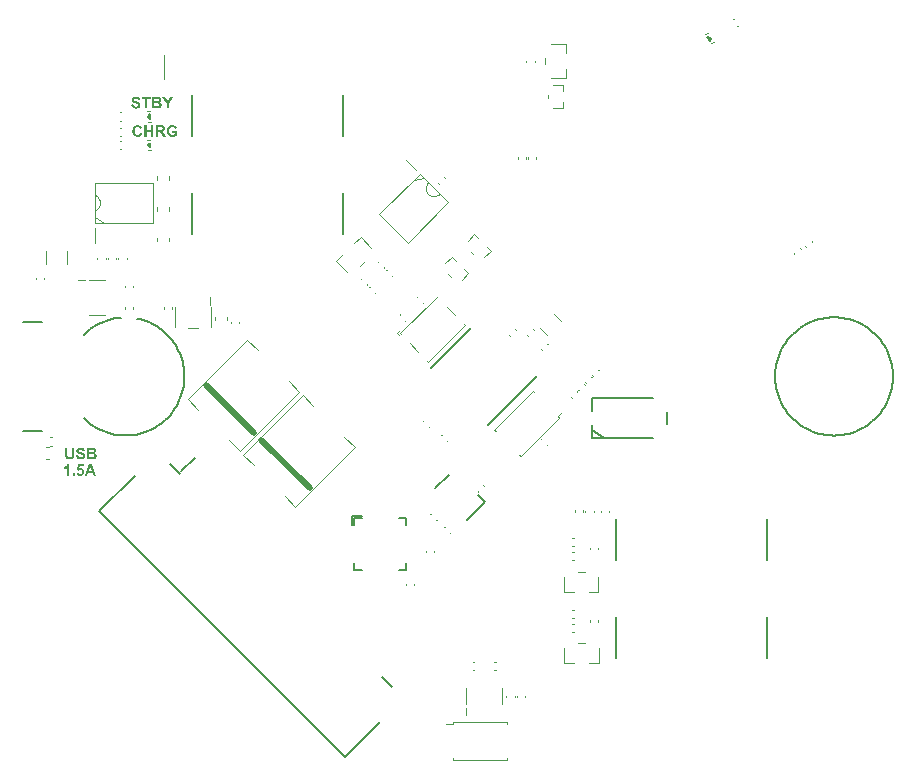
<source format=gto>
G04*
G04 #@! TF.GenerationSoftware,Altium Limited,CircuitStudio,1.5.2 (30)*
G04*
G04 Layer_Color=15065295*
%FSLAX25Y25*%
%MOIN*%
G70*
G01*
G75*
%ADD51C,0.01969*%
%ADD66C,0.00394*%
%ADD67C,0.00591*%
G36*
X-131982Y-30016D02*
X-133355D01*
X-133470Y-30660D01*
X-133466D01*
X-133458Y-30656D01*
X-133445Y-30648D01*
X-133429Y-30640D01*
X-133404Y-30631D01*
X-133380Y-30619D01*
X-133318Y-30599D01*
X-133240Y-30574D01*
X-133158Y-30558D01*
X-133068Y-30541D01*
X-132974Y-30537D01*
X-132953D01*
X-132929Y-30541D01*
X-132892D01*
X-132851Y-30549D01*
X-132802Y-30558D01*
X-132748Y-30566D01*
X-132691Y-30582D01*
X-132625Y-30599D01*
X-132560Y-30623D01*
X-132494Y-30652D01*
X-132424Y-30685D01*
X-132355Y-30726D01*
X-132285Y-30775D01*
X-132220Y-30828D01*
X-132154Y-30890D01*
X-132150Y-30894D01*
X-132138Y-30906D01*
X-132121Y-30927D01*
X-132101Y-30955D01*
X-132076Y-30988D01*
X-132047Y-31029D01*
X-132015Y-31078D01*
X-131982Y-31136D01*
X-131953Y-31197D01*
X-131920Y-31267D01*
X-131892Y-31345D01*
X-131867Y-31423D01*
X-131846Y-31513D01*
X-131830Y-31603D01*
X-131818Y-31701D01*
X-131814Y-31804D01*
Y-31808D01*
Y-31824D01*
Y-31849D01*
X-131818Y-31882D01*
X-131822Y-31923D01*
X-131830Y-31972D01*
X-131838Y-32025D01*
X-131846Y-32083D01*
X-131863Y-32148D01*
X-131879Y-32214D01*
X-131904Y-32284D01*
X-131928Y-32353D01*
X-131961Y-32427D01*
X-131998Y-32497D01*
X-132039Y-32571D01*
X-132088Y-32640D01*
X-132092Y-32645D01*
X-132105Y-32661D01*
X-132125Y-32686D01*
X-132158Y-32718D01*
X-132195Y-32755D01*
X-132240Y-32800D01*
X-132293Y-32845D01*
X-132355Y-32890D01*
X-132424Y-32936D01*
X-132502Y-32981D01*
X-132584Y-33026D01*
X-132675Y-33063D01*
X-132773Y-33095D01*
X-132880Y-33120D01*
X-132994Y-33136D01*
X-133113Y-33141D01*
X-133162D01*
X-133199Y-33136D01*
X-133245Y-33132D01*
X-133298Y-33124D01*
X-133355Y-33116D01*
X-133417Y-33104D01*
X-133552Y-33071D01*
X-133626Y-33050D01*
X-133695Y-33022D01*
X-133769Y-32989D01*
X-133839Y-32952D01*
X-133905Y-32911D01*
X-133970Y-32862D01*
X-133974Y-32858D01*
X-133983Y-32849D01*
X-133999Y-32833D01*
X-134023Y-32809D01*
X-134048Y-32780D01*
X-134077Y-32747D01*
X-134110Y-32706D01*
X-134142Y-32661D01*
X-134175Y-32608D01*
X-134208Y-32550D01*
X-134241Y-32489D01*
X-134274Y-32423D01*
X-134302Y-32349D01*
X-134327Y-32271D01*
X-134343Y-32189D01*
X-134360Y-32103D01*
X-133638Y-32025D01*
Y-32030D01*
Y-32038D01*
X-133634Y-32050D01*
X-133630Y-32066D01*
X-133622Y-32111D01*
X-133605Y-32165D01*
X-133581Y-32230D01*
X-133548Y-32292D01*
X-133507Y-32357D01*
X-133458Y-32415D01*
X-133449Y-32419D01*
X-133429Y-32435D01*
X-133400Y-32460D01*
X-133355Y-32485D01*
X-133306Y-32513D01*
X-133245Y-32534D01*
X-133179Y-32550D01*
X-133105Y-32558D01*
X-133085D01*
X-133068Y-32554D01*
X-133023Y-32550D01*
X-132970Y-32534D01*
X-132908Y-32513D01*
X-132847Y-32480D01*
X-132781Y-32435D01*
X-132748Y-32407D01*
X-132720Y-32374D01*
Y-32370D01*
X-132712Y-32366D01*
X-132703Y-32353D01*
X-132695Y-32341D01*
X-132683Y-32321D01*
X-132670Y-32296D01*
X-132654Y-32267D01*
X-132638Y-32234D01*
X-132625Y-32198D01*
X-132609Y-32157D01*
X-132597Y-32111D01*
X-132584Y-32062D01*
X-132576Y-32005D01*
X-132568Y-31947D01*
X-132560Y-31882D01*
Y-31816D01*
Y-31812D01*
Y-31800D01*
Y-31784D01*
X-132564Y-31759D01*
Y-31730D01*
X-132568Y-31697D01*
X-132580Y-31620D01*
X-132597Y-31533D01*
X-132625Y-31447D01*
X-132666Y-31365D01*
X-132720Y-31291D01*
Y-31287D01*
X-132728Y-31283D01*
X-132748Y-31263D01*
X-132781Y-31234D01*
X-132830Y-31201D01*
X-132888Y-31173D01*
X-132957Y-31144D01*
X-133035Y-31123D01*
X-133080Y-31115D01*
X-133154D01*
X-133179Y-31119D01*
X-133208Y-31123D01*
X-133236Y-31132D01*
X-133314Y-31148D01*
X-133400Y-31181D01*
X-133449Y-31205D01*
X-133495Y-31230D01*
X-133544Y-31263D01*
X-133593Y-31300D01*
X-133642Y-31341D01*
X-133687Y-31390D01*
X-134274Y-31308D01*
X-133900Y-29336D01*
X-131982D01*
Y-30016D01*
D02*
G37*
G36*
X-127853Y-33071D02*
X-128685D01*
X-129017Y-32210D01*
X-130530D01*
X-130846Y-33071D01*
X-131654D01*
X-130182Y-29287D01*
X-129370D01*
X-127853Y-33071D01*
D02*
G37*
G36*
X-107474Y93150D02*
X-107425D01*
X-107314Y93146D01*
X-107204Y93138D01*
X-107097Y93126D01*
X-107052Y93122D01*
X-107007Y93113D01*
X-106999D01*
X-106986Y93109D01*
X-106970Y93105D01*
X-106929Y93097D01*
X-106876Y93081D01*
X-106814Y93060D01*
X-106749Y93031D01*
X-106679Y92999D01*
X-106613Y92958D01*
X-106609D01*
X-106605Y92953D01*
X-106585Y92937D01*
X-106552Y92908D01*
X-106511Y92876D01*
X-106466Y92826D01*
X-106416Y92773D01*
X-106367Y92712D01*
X-106322Y92642D01*
Y92638D01*
X-106318Y92634D01*
X-106310Y92621D01*
X-106302Y92609D01*
X-106285Y92568D01*
X-106261Y92515D01*
X-106240Y92449D01*
X-106220Y92371D01*
X-106207Y92289D01*
X-106203Y92199D01*
Y92195D01*
Y92187D01*
Y92175D01*
X-106207Y92154D01*
Y92129D01*
X-106211Y92105D01*
X-106220Y92039D01*
X-106240Y91961D01*
X-106265Y91879D01*
X-106298Y91797D01*
X-106347Y91711D01*
Y91707D01*
X-106355Y91703D01*
X-106363Y91691D01*
X-106371Y91674D01*
X-106404Y91637D01*
X-106449Y91588D01*
X-106507Y91535D01*
X-106572Y91478D01*
X-106650Y91424D01*
X-106736Y91379D01*
X-106732D01*
X-106720Y91375D01*
X-106703Y91367D01*
X-106679Y91359D01*
X-106650Y91346D01*
X-106617Y91334D01*
X-106539Y91297D01*
X-106457Y91252D01*
X-106367Y91190D01*
X-106281Y91121D01*
X-106207Y91035D01*
X-106203Y91031D01*
X-106199Y91022D01*
X-106191Y91010D01*
X-106179Y90994D01*
X-106162Y90969D01*
X-106146Y90940D01*
X-106130Y90908D01*
X-106113Y90875D01*
X-106080Y90789D01*
X-106047Y90694D01*
X-106027Y90584D01*
X-106019Y90526D01*
Y90465D01*
Y90461D01*
Y90452D01*
Y90440D01*
Y90420D01*
X-106023Y90399D01*
X-106027Y90371D01*
X-106035Y90305D01*
X-106047Y90227D01*
X-106072Y90145D01*
X-106101Y90055D01*
X-106142Y89960D01*
Y89956D01*
X-106146Y89948D01*
X-106154Y89936D01*
X-106162Y89920D01*
X-106191Y89874D01*
X-106228Y89821D01*
X-106273Y89760D01*
X-106330Y89694D01*
X-106396Y89628D01*
X-106470Y89571D01*
X-106474D01*
X-106478Y89567D01*
X-106490Y89559D01*
X-106507Y89546D01*
X-106527Y89538D01*
X-106552Y89526D01*
X-106609Y89497D01*
X-106683Y89464D01*
X-106773Y89436D01*
X-106872Y89411D01*
X-106982Y89395D01*
X-107003D01*
X-107023Y89391D01*
X-107048D01*
X-107081Y89386D01*
X-107122D01*
X-107167Y89382D01*
X-107224D01*
X-107290Y89378D01*
X-107364D01*
X-107450Y89374D01*
X-107651D01*
X-107770Y89370D01*
X-109188D01*
Y93154D01*
X-107524D01*
X-107474Y93150D01*
D02*
G37*
G36*
X-109680Y92515D02*
X-110795D01*
Y89370D01*
X-111558D01*
Y92515D01*
X-112681D01*
Y93154D01*
X-109680D01*
Y92515D01*
D02*
G37*
G36*
X-134958Y-33071D02*
X-135684D01*
Y-32345D01*
X-134958D01*
Y-33071D01*
D02*
G37*
G36*
X-135176Y-25767D02*
Y-25776D01*
Y-25796D01*
Y-25833D01*
Y-25878D01*
Y-25935D01*
X-135180Y-25997D01*
Y-26067D01*
X-135184Y-26144D01*
X-135192Y-26300D01*
X-135204Y-26460D01*
X-135212Y-26538D01*
X-135221Y-26608D01*
X-135229Y-26673D01*
X-135241Y-26731D01*
Y-26735D01*
X-135245Y-26743D01*
X-135249Y-26760D01*
X-135253Y-26776D01*
X-135262Y-26801D01*
X-135270Y-26829D01*
X-135294Y-26895D01*
X-135323Y-26973D01*
X-135364Y-27051D01*
X-135413Y-27129D01*
X-135471Y-27207D01*
Y-27211D01*
X-135479Y-27215D01*
X-135499Y-27239D01*
X-135536Y-27272D01*
X-135585Y-27317D01*
X-135651Y-27366D01*
X-135725Y-27416D01*
X-135815Y-27469D01*
X-135914Y-27514D01*
X-135918D01*
X-135926Y-27518D01*
X-135942Y-27526D01*
X-135963Y-27530D01*
X-135991Y-27538D01*
X-136024Y-27551D01*
X-136065Y-27559D01*
X-136110Y-27571D01*
X-136160Y-27584D01*
X-136213Y-27592D01*
X-136274Y-27600D01*
X-136336Y-27612D01*
X-136406Y-27616D01*
X-136479Y-27625D01*
X-136557Y-27629D01*
X-136693D01*
X-136729Y-27625D01*
X-136775D01*
X-136824Y-27621D01*
X-136881Y-27616D01*
X-136943Y-27612D01*
X-137078Y-27600D01*
X-137213Y-27575D01*
X-137344Y-27547D01*
X-137406Y-27526D01*
X-137459Y-27506D01*
X-137463D01*
X-137471Y-27502D01*
X-137488Y-27494D01*
X-137504Y-27481D01*
X-137529Y-27469D01*
X-137558Y-27457D01*
X-137619Y-27416D01*
X-137689Y-27370D01*
X-137763Y-27317D01*
X-137836Y-27251D01*
X-137902Y-27182D01*
Y-27178D01*
X-137910Y-27174D01*
X-137918Y-27161D01*
X-137927Y-27145D01*
X-137955Y-27108D01*
X-137988Y-27055D01*
X-138025Y-26989D01*
X-138062Y-26919D01*
X-138091Y-26842D01*
X-138115Y-26760D01*
Y-26755D01*
X-138119Y-26743D01*
X-138123Y-26727D01*
X-138128Y-26698D01*
X-138132Y-26665D01*
X-138140Y-26624D01*
X-138144Y-26575D01*
X-138152Y-26518D01*
X-138160Y-26456D01*
X-138164Y-26382D01*
X-138173Y-26305D01*
X-138177Y-26218D01*
X-138181Y-26124D01*
X-138185Y-26026D01*
X-138189Y-25915D01*
Y-25800D01*
Y-23775D01*
X-137426D01*
Y-25829D01*
Y-25833D01*
Y-25849D01*
Y-25874D01*
Y-25907D01*
Y-25948D01*
Y-25993D01*
X-137422Y-26042D01*
Y-26091D01*
Y-26202D01*
X-137414Y-26305D01*
Y-26354D01*
X-137410Y-26395D01*
X-137406Y-26432D01*
X-137402Y-26464D01*
Y-26469D01*
X-137398Y-26473D01*
Y-26485D01*
X-137390Y-26501D01*
X-137377Y-26546D01*
X-137353Y-26600D01*
X-137324Y-26657D01*
X-137283Y-26719D01*
X-137230Y-26780D01*
X-137168Y-26838D01*
X-137164D01*
X-137160Y-26842D01*
X-137148Y-26850D01*
X-137135Y-26858D01*
X-137094Y-26882D01*
X-137037Y-26907D01*
X-136963Y-26932D01*
X-136877Y-26956D01*
X-136779Y-26973D01*
X-136664Y-26977D01*
X-136631D01*
X-136610Y-26973D01*
X-136582D01*
X-136553Y-26969D01*
X-136479Y-26960D01*
X-136401Y-26944D01*
X-136319Y-26919D01*
X-136241Y-26891D01*
X-136172Y-26846D01*
X-136164Y-26842D01*
X-136147Y-26821D01*
X-136118Y-26792D01*
X-136086Y-26755D01*
X-136053Y-26710D01*
X-136020Y-26653D01*
X-135991Y-26591D01*
X-135975Y-26522D01*
Y-26518D01*
Y-26513D01*
X-135971Y-26501D01*
Y-26485D01*
X-135967Y-26460D01*
X-135963Y-26436D01*
X-135959Y-26403D01*
X-135954Y-26366D01*
Y-26325D01*
X-135950Y-26276D01*
X-135946Y-26222D01*
X-135942Y-26165D01*
Y-26100D01*
X-135938Y-26030D01*
Y-25956D01*
Y-25874D01*
Y-23775D01*
X-135176D01*
Y-25767D01*
D02*
G37*
G36*
X-129128Y-23779D02*
X-129079D01*
X-128968Y-23783D01*
X-128857Y-23791D01*
X-128751Y-23803D01*
X-128706Y-23808D01*
X-128661Y-23816D01*
X-128652D01*
X-128640Y-23820D01*
X-128624Y-23824D01*
X-128583Y-23832D01*
X-128529Y-23849D01*
X-128468Y-23869D01*
X-128402Y-23898D01*
X-128333Y-23931D01*
X-128267Y-23971D01*
X-128263D01*
X-128259Y-23976D01*
X-128238Y-23992D01*
X-128206Y-24021D01*
X-128165Y-24054D01*
X-128119Y-24103D01*
X-128070Y-24156D01*
X-128021Y-24217D01*
X-127976Y-24287D01*
Y-24291D01*
X-127972Y-24295D01*
X-127964Y-24308D01*
X-127955Y-24320D01*
X-127939Y-24361D01*
X-127914Y-24414D01*
X-127894Y-24480D01*
X-127873Y-24558D01*
X-127861Y-24640D01*
X-127857Y-24730D01*
Y-24734D01*
Y-24742D01*
Y-24755D01*
X-127861Y-24775D01*
Y-24800D01*
X-127865Y-24824D01*
X-127873Y-24890D01*
X-127894Y-24968D01*
X-127919Y-25050D01*
X-127951Y-25132D01*
X-128000Y-25218D01*
Y-25222D01*
X-128009Y-25226D01*
X-128017Y-25238D01*
X-128025Y-25255D01*
X-128058Y-25292D01*
X-128103Y-25341D01*
X-128160Y-25394D01*
X-128226Y-25452D01*
X-128304Y-25505D01*
X-128390Y-25550D01*
X-128386D01*
X-128374Y-25554D01*
X-128357Y-25562D01*
X-128333Y-25571D01*
X-128304Y-25583D01*
X-128271Y-25595D01*
X-128193Y-25632D01*
X-128111Y-25677D01*
X-128021Y-25739D01*
X-127935Y-25808D01*
X-127861Y-25894D01*
X-127857Y-25899D01*
X-127853Y-25907D01*
X-127845Y-25919D01*
X-127832Y-25935D01*
X-127816Y-25960D01*
X-127800Y-25989D01*
X-127783Y-26022D01*
X-127767Y-26054D01*
X-127734Y-26140D01*
X-127701Y-26235D01*
X-127681Y-26345D01*
X-127673Y-26403D01*
Y-26464D01*
Y-26469D01*
Y-26477D01*
Y-26489D01*
Y-26509D01*
X-127677Y-26530D01*
X-127681Y-26559D01*
X-127689Y-26624D01*
X-127701Y-26702D01*
X-127726Y-26784D01*
X-127754Y-26874D01*
X-127796Y-26969D01*
Y-26973D01*
X-127800Y-26981D01*
X-127808Y-26993D01*
X-127816Y-27010D01*
X-127845Y-27055D01*
X-127882Y-27108D01*
X-127927Y-27169D01*
X-127984Y-27235D01*
X-128050Y-27301D01*
X-128123Y-27358D01*
X-128128D01*
X-128132Y-27362D01*
X-128144Y-27370D01*
X-128160Y-27383D01*
X-128181Y-27391D01*
X-128206Y-27403D01*
X-128263Y-27432D01*
X-128337Y-27465D01*
X-128427Y-27494D01*
X-128525Y-27518D01*
X-128636Y-27534D01*
X-128656D01*
X-128677Y-27538D01*
X-128702D01*
X-128734Y-27543D01*
X-128775D01*
X-128821Y-27547D01*
X-128878D01*
X-128944Y-27551D01*
X-129017D01*
X-129103Y-27555D01*
X-129304D01*
X-129423Y-27559D01*
X-130842D01*
Y-23775D01*
X-129177D01*
X-129128Y-23779D01*
D02*
G37*
G36*
X-136922Y-33071D02*
X-137648D01*
Y-30344D01*
X-137652Y-30349D01*
X-137664Y-30361D01*
X-137689Y-30381D01*
X-137718Y-30406D01*
X-137754Y-30435D01*
X-137804Y-30472D01*
X-137853Y-30512D01*
X-137914Y-30553D01*
X-137980Y-30599D01*
X-138050Y-30644D01*
X-138128Y-30689D01*
X-138210Y-30734D01*
X-138296Y-30779D01*
X-138390Y-30820D01*
X-138484Y-30857D01*
X-138583Y-30894D01*
Y-30234D01*
X-138579D01*
X-138570Y-30230D01*
X-138554Y-30226D01*
X-138533Y-30217D01*
X-138505Y-30205D01*
X-138476Y-30193D01*
X-138439Y-30176D01*
X-138398Y-30156D01*
X-138308Y-30111D01*
X-138206Y-30049D01*
X-138091Y-29975D01*
X-137968Y-29885D01*
X-137964Y-29881D01*
X-137951Y-29873D01*
X-137935Y-29861D01*
X-137914Y-29840D01*
X-137886Y-29816D01*
X-137857Y-29783D01*
X-137824Y-29750D01*
X-137787Y-29709D01*
X-137709Y-29619D01*
X-137636Y-29516D01*
X-137566Y-29401D01*
X-137537Y-29340D01*
X-137513Y-29274D01*
X-136922D01*
Y-33071D01*
D02*
G37*
G36*
X-132929Y-23717D02*
X-132867Y-23721D01*
X-132802Y-23730D01*
X-132724Y-23738D01*
X-132642Y-23754D01*
X-132560Y-23771D01*
X-132469Y-23791D01*
X-132379Y-23816D01*
X-132293Y-23844D01*
X-132207Y-23881D01*
X-132121Y-23926D01*
X-132043Y-23971D01*
X-131973Y-24029D01*
X-131969Y-24033D01*
X-131957Y-24041D01*
X-131941Y-24062D01*
X-131916Y-24086D01*
X-131887Y-24115D01*
X-131859Y-24156D01*
X-131826Y-24201D01*
X-131789Y-24250D01*
X-131756Y-24308D01*
X-131723Y-24369D01*
X-131691Y-24439D01*
X-131662Y-24513D01*
X-131633Y-24591D01*
X-131613Y-24677D01*
X-131600Y-24767D01*
X-131592Y-24861D01*
X-132355Y-24890D01*
Y-24886D01*
X-132359Y-24878D01*
Y-24861D01*
X-132363Y-24845D01*
X-132371Y-24820D01*
X-132379Y-24792D01*
X-132400Y-24730D01*
X-132429Y-24664D01*
X-132465Y-24595D01*
X-132510Y-24529D01*
X-132568Y-24476D01*
X-132576Y-24472D01*
X-132597Y-24455D01*
X-132633Y-24435D01*
X-132687Y-24410D01*
X-132756Y-24386D01*
X-132838Y-24365D01*
X-132937Y-24349D01*
X-133052Y-24345D01*
X-133105D01*
X-133134Y-24349D01*
X-133167Y-24353D01*
X-133244Y-24361D01*
X-133326Y-24377D01*
X-133417Y-24402D01*
X-133499Y-24439D01*
X-133577Y-24484D01*
X-133581Y-24488D01*
X-133593Y-24500D01*
X-133613Y-24521D01*
X-133634Y-24546D01*
X-133659Y-24578D01*
X-133675Y-24619D01*
X-133691Y-24664D01*
X-133695Y-24718D01*
Y-24722D01*
Y-24738D01*
X-133691Y-24767D01*
X-133683Y-24796D01*
X-133667Y-24833D01*
X-133650Y-24874D01*
X-133622Y-24911D01*
X-133585Y-24947D01*
X-133577Y-24951D01*
X-133568Y-24960D01*
X-133552Y-24968D01*
X-133536Y-24980D01*
X-133511Y-24992D01*
X-133478Y-25009D01*
X-133441Y-25025D01*
X-133400Y-25042D01*
X-133351Y-25062D01*
X-133294Y-25083D01*
X-133228Y-25103D01*
X-133154Y-25128D01*
X-133072Y-25152D01*
X-132982Y-25177D01*
X-132884Y-25202D01*
X-132875D01*
X-132859Y-25206D01*
X-132830Y-25214D01*
X-132793Y-25222D01*
X-132744Y-25234D01*
X-132695Y-25251D01*
X-132633Y-25267D01*
X-132572Y-25284D01*
X-132437Y-25324D01*
X-132301Y-25370D01*
X-132236Y-25394D01*
X-132170Y-25419D01*
X-132113Y-25448D01*
X-132060Y-25472D01*
X-132055D01*
X-132047Y-25480D01*
X-132035Y-25489D01*
X-132014Y-25497D01*
X-131965Y-25530D01*
X-131904Y-25571D01*
X-131838Y-25628D01*
X-131768Y-25694D01*
X-131699Y-25771D01*
X-131637Y-25857D01*
Y-25862D01*
X-131629Y-25870D01*
X-131625Y-25882D01*
X-131613Y-25903D01*
X-131600Y-25927D01*
X-131588Y-25956D01*
X-131576Y-25989D01*
X-131559Y-26026D01*
X-131547Y-26067D01*
X-131535Y-26112D01*
X-131510Y-26214D01*
X-131494Y-26333D01*
X-131485Y-26460D01*
Y-26464D01*
Y-26473D01*
Y-26493D01*
X-131490Y-26513D01*
Y-26542D01*
X-131494Y-26579D01*
X-131502Y-26616D01*
X-131510Y-26657D01*
X-131531Y-26751D01*
X-131563Y-26854D01*
X-131608Y-26960D01*
X-131637Y-27018D01*
X-131670Y-27071D01*
Y-27075D01*
X-131678Y-27083D01*
X-131691Y-27100D01*
X-131703Y-27116D01*
X-131723Y-27141D01*
X-131744Y-27169D01*
X-131801Y-27231D01*
X-131875Y-27297D01*
X-131961Y-27370D01*
X-132064Y-27436D01*
X-132183Y-27494D01*
X-132187D01*
X-132199Y-27498D01*
X-132215Y-27506D01*
X-132240Y-27514D01*
X-132273Y-27526D01*
X-132314Y-27534D01*
X-132359Y-27547D01*
X-132408Y-27559D01*
X-132465Y-27575D01*
X-132527Y-27588D01*
X-132597Y-27596D01*
X-132670Y-27608D01*
X-132744Y-27616D01*
X-132830Y-27625D01*
X-132916Y-27629D01*
X-133039D01*
X-133076Y-27625D01*
X-133125D01*
X-133183Y-27621D01*
X-133253Y-27612D01*
X-133331Y-27600D01*
X-133413Y-27588D01*
X-133503Y-27571D01*
X-133593Y-27547D01*
X-133683Y-27522D01*
X-133773Y-27489D01*
X-133863Y-27452D01*
X-133950Y-27407D01*
X-134032Y-27358D01*
X-134109Y-27301D01*
X-134114Y-27297D01*
X-134126Y-27284D01*
X-134146Y-27264D01*
X-134171Y-27239D01*
X-134200Y-27202D01*
X-134237Y-27161D01*
X-134274Y-27112D01*
X-134310Y-27055D01*
X-134351Y-26989D01*
X-134392Y-26919D01*
X-134429Y-26838D01*
X-134466Y-26751D01*
X-134499Y-26657D01*
X-134528Y-26559D01*
X-134552Y-26448D01*
X-134569Y-26333D01*
X-133827Y-26259D01*
Y-26263D01*
X-133823Y-26276D01*
X-133818Y-26296D01*
X-133814Y-26321D01*
X-133806Y-26354D01*
X-133794Y-26386D01*
X-133769Y-26469D01*
X-133732Y-26559D01*
X-133683Y-26653D01*
X-133626Y-26739D01*
X-133593Y-26776D01*
X-133556Y-26813D01*
X-133552D01*
X-133548Y-26821D01*
X-133536Y-26829D01*
X-133519Y-26842D01*
X-133499Y-26854D01*
X-133470Y-26866D01*
X-133441Y-26882D01*
X-133408Y-26899D01*
X-133326Y-26932D01*
X-133232Y-26956D01*
X-133121Y-26977D01*
X-132998Y-26985D01*
X-132961D01*
X-132937Y-26981D01*
X-132904D01*
X-132871Y-26977D01*
X-132789Y-26965D01*
X-132699Y-26948D01*
X-132605Y-26919D01*
X-132515Y-26882D01*
X-132474Y-26858D01*
X-132437Y-26829D01*
X-132433D01*
X-132429Y-26821D01*
X-132408Y-26801D01*
X-132375Y-26768D01*
X-132342Y-26727D01*
X-132310Y-26673D01*
X-132277Y-26608D01*
X-132256Y-26538D01*
X-132248Y-26501D01*
Y-26464D01*
Y-26460D01*
Y-26440D01*
X-132252Y-26415D01*
X-132256Y-26386D01*
X-132269Y-26349D01*
X-132281Y-26309D01*
X-132301Y-26272D01*
X-132330Y-26235D01*
X-132334Y-26231D01*
X-132346Y-26218D01*
X-132367Y-26202D01*
X-132392Y-26177D01*
X-132433Y-26153D01*
X-132478Y-26124D01*
X-132535Y-26100D01*
X-132605Y-26071D01*
X-132613Y-26067D01*
X-132621D01*
X-132633Y-26063D01*
X-132650Y-26058D01*
X-132675Y-26050D01*
X-132699Y-26042D01*
X-132732Y-26034D01*
X-132769Y-26022D01*
X-132814Y-26009D01*
X-132863Y-25997D01*
X-132921Y-25980D01*
X-132982Y-25964D01*
X-133052Y-25948D01*
X-133130Y-25927D01*
X-133216Y-25907D01*
X-133224D01*
X-133244Y-25899D01*
X-133273Y-25890D01*
X-133314Y-25878D01*
X-133367Y-25866D01*
X-133425Y-25845D01*
X-133486Y-25825D01*
X-133552Y-25804D01*
X-133695Y-25747D01*
X-133839Y-25685D01*
X-133905Y-25648D01*
X-133970Y-25611D01*
X-134028Y-25575D01*
X-134077Y-25534D01*
X-134081Y-25530D01*
X-134093Y-25517D01*
X-134109Y-25501D01*
X-134130Y-25476D01*
X-134159Y-25448D01*
X-134187Y-25411D01*
X-134220Y-25370D01*
X-134249Y-25320D01*
X-134282Y-25267D01*
X-134315Y-25210D01*
X-134343Y-25144D01*
X-134372Y-25079D01*
X-134392Y-25009D01*
X-134409Y-24931D01*
X-134421Y-24853D01*
X-134425Y-24771D01*
Y-24767D01*
Y-24759D01*
Y-24742D01*
X-134421Y-24722D01*
Y-24697D01*
X-134417Y-24664D01*
X-134405Y-24595D01*
X-134384Y-24513D01*
X-134355Y-24419D01*
X-134315Y-24324D01*
X-134261Y-24230D01*
Y-24226D01*
X-134253Y-24217D01*
X-134245Y-24205D01*
X-134232Y-24189D01*
X-134192Y-24144D01*
X-134142Y-24086D01*
X-134073Y-24025D01*
X-133995Y-23963D01*
X-133896Y-23902D01*
X-133790Y-23849D01*
X-133786D01*
X-133777Y-23844D01*
X-133757Y-23836D01*
X-133736Y-23828D01*
X-133704Y-23816D01*
X-133671Y-23808D01*
X-133630Y-23795D01*
X-133581Y-23779D01*
X-133527Y-23767D01*
X-133474Y-23754D01*
X-133413Y-23746D01*
X-133347Y-23734D01*
X-133273Y-23726D01*
X-133203Y-23717D01*
X-133044Y-23713D01*
X-132974D01*
X-132929Y-23717D01*
D02*
G37*
G36*
X-108770Y79921D02*
X-109532D01*
Y81578D01*
X-111033D01*
Y79921D01*
X-111796D01*
Y83706D01*
X-111033D01*
Y82217D01*
X-109532D01*
Y83706D01*
X-108770D01*
Y79921D01*
D02*
G37*
G36*
X-106224Y83701D02*
X-106166D01*
X-106101Y83697D01*
X-106035Y83693D01*
X-105887Y83681D01*
X-105744Y83661D01*
X-105674Y83652D01*
X-105605Y83636D01*
X-105543Y83619D01*
X-105490Y83603D01*
X-105486D01*
X-105477Y83599D01*
X-105465Y83591D01*
X-105445Y83583D01*
X-105420Y83570D01*
X-105395Y83558D01*
X-105330Y83521D01*
X-105260Y83468D01*
X-105191Y83406D01*
X-105117Y83328D01*
X-105051Y83238D01*
Y83234D01*
X-105043Y83226D01*
X-105035Y83214D01*
X-105026Y83193D01*
X-105010Y83169D01*
X-104998Y83140D01*
X-104981Y83103D01*
X-104965Y83066D01*
X-104936Y82980D01*
X-104908Y82877D01*
X-104891Y82767D01*
X-104883Y82644D01*
Y82640D01*
Y82623D01*
Y82603D01*
X-104887Y82574D01*
X-104891Y82537D01*
X-104895Y82496D01*
X-104903Y82447D01*
X-104916Y82398D01*
X-104945Y82283D01*
X-104965Y82226D01*
X-104990Y82168D01*
X-105018Y82107D01*
X-105051Y82049D01*
X-105088Y81992D01*
X-105133Y81938D01*
X-105137Y81934D01*
X-105145Y81926D01*
X-105158Y81914D01*
X-105178Y81893D01*
X-105207Y81873D01*
X-105240Y81848D01*
X-105277Y81820D01*
X-105322Y81791D01*
X-105371Y81758D01*
X-105424Y81729D01*
X-105486Y81701D01*
X-105555Y81672D01*
X-105629Y81647D01*
X-105707Y81623D01*
X-105793Y81602D01*
X-105883Y81586D01*
X-105879D01*
X-105871Y81578D01*
X-105859Y81574D01*
X-105842Y81561D01*
X-105797Y81533D01*
X-105740Y81492D01*
X-105674Y81446D01*
X-105605Y81393D01*
X-105535Y81332D01*
X-105473Y81270D01*
X-105465Y81262D01*
X-105457Y81250D01*
X-105445Y81237D01*
X-105428Y81217D01*
X-105408Y81192D01*
X-105383Y81164D01*
X-105359Y81131D01*
X-105330Y81090D01*
X-105297Y81045D01*
X-105260Y80996D01*
X-105223Y80938D01*
X-105182Y80877D01*
X-105137Y80807D01*
X-105088Y80737D01*
X-105039Y80655D01*
X-104576Y79921D01*
X-105490D01*
X-106043Y80745D01*
X-106047Y80749D01*
X-106056Y80766D01*
X-106072Y80786D01*
X-106093Y80815D01*
X-106113Y80852D01*
X-106142Y80889D01*
X-106203Y80979D01*
X-106273Y81073D01*
X-106339Y81164D01*
X-106371Y81205D01*
X-106400Y81242D01*
X-106425Y81274D01*
X-106449Y81299D01*
X-106453Y81303D01*
X-106466Y81319D01*
X-106490Y81336D01*
X-106519Y81360D01*
X-106552Y81389D01*
X-106593Y81414D01*
X-106634Y81438D01*
X-106679Y81455D01*
X-106683Y81459D01*
X-106703Y81463D01*
X-106732Y81471D01*
X-106773Y81479D01*
X-106826Y81488D01*
X-106892Y81492D01*
X-106970Y81500D01*
X-107216D01*
Y79921D01*
X-107978D01*
Y83706D01*
X-106273D01*
X-106224Y83701D01*
D02*
G37*
G36*
X-102300Y83763D02*
X-102239Y83759D01*
X-102169Y83751D01*
X-102095Y83742D01*
X-102013Y83730D01*
X-101927Y83714D01*
X-101837Y83693D01*
X-101746Y83673D01*
X-101652Y83644D01*
X-101562Y83607D01*
X-101476Y83570D01*
X-101394Y83525D01*
X-101316Y83472D01*
X-101312Y83468D01*
X-101300Y83460D01*
X-101279Y83443D01*
X-101250Y83419D01*
X-101222Y83386D01*
X-101185Y83353D01*
X-101144Y83308D01*
X-101103Y83259D01*
X-101058Y83205D01*
X-101017Y83144D01*
X-100972Y83074D01*
X-100931Y83004D01*
X-100894Y82927D01*
X-100857Y82841D01*
X-100828Y82750D01*
X-100803Y82656D01*
X-101562Y82512D01*
Y82517D01*
X-101566Y82525D01*
X-101570Y82541D01*
X-101578Y82558D01*
X-101587Y82582D01*
X-101599Y82611D01*
X-101632Y82672D01*
X-101673Y82742D01*
X-101726Y82816D01*
X-101787Y82886D01*
X-101865Y82951D01*
X-101869D01*
X-101874Y82959D01*
X-101886Y82968D01*
X-101906Y82976D01*
X-101927Y82988D01*
X-101952Y83004D01*
X-101984Y83017D01*
X-102017Y83033D01*
X-102095Y83062D01*
X-102189Y83091D01*
X-102296Y83107D01*
X-102415Y83115D01*
X-102464D01*
X-102497Y83111D01*
X-102538Y83107D01*
X-102587Y83099D01*
X-102644Y83087D01*
X-102702Y83074D01*
X-102763Y83058D01*
X-102829Y83037D01*
X-102894Y83013D01*
X-102960Y82980D01*
X-103026Y82943D01*
X-103091Y82902D01*
X-103153Y82853D01*
X-103210Y82795D01*
X-103214Y82791D01*
X-103223Y82779D01*
X-103239Y82763D01*
X-103255Y82734D01*
X-103280Y82701D01*
X-103305Y82660D01*
X-103329Y82615D01*
X-103358Y82558D01*
X-103386Y82496D01*
X-103411Y82426D01*
X-103436Y82349D01*
X-103460Y82262D01*
X-103477Y82172D01*
X-103493Y82074D01*
X-103501Y81967D01*
X-103505Y81852D01*
Y81844D01*
Y81824D01*
X-103501Y81787D01*
Y81742D01*
X-103497Y81684D01*
X-103489Y81623D01*
X-103481Y81549D01*
X-103469Y81471D01*
X-103452Y81393D01*
X-103432Y81307D01*
X-103407Y81225D01*
X-103378Y81139D01*
X-103346Y81057D01*
X-103305Y80979D01*
X-103259Y80905D01*
X-103206Y80840D01*
X-103202Y80836D01*
X-103194Y80827D01*
X-103173Y80807D01*
X-103153Y80786D01*
X-103120Y80762D01*
X-103087Y80733D01*
X-103042Y80704D01*
X-102997Y80672D01*
X-102944Y80639D01*
X-102882Y80610D01*
X-102821Y80581D01*
X-102751Y80557D01*
X-102673Y80536D01*
X-102595Y80520D01*
X-102513Y80508D01*
X-102423Y80503D01*
X-102382D01*
X-102362Y80508D01*
X-102333D01*
X-102271Y80516D01*
X-102198Y80528D01*
X-102120Y80545D01*
X-102033Y80565D01*
X-101943Y80598D01*
X-101939D01*
X-101931Y80602D01*
X-101919Y80606D01*
X-101902Y80614D01*
X-101857Y80635D01*
X-101800Y80663D01*
X-101734Y80696D01*
X-101664Y80733D01*
X-101595Y80774D01*
X-101525Y80823D01*
Y81307D01*
X-102398D01*
Y81947D01*
X-100754D01*
Y80434D01*
X-100758Y80430D01*
X-100767Y80426D01*
X-100779Y80413D01*
X-100799Y80397D01*
X-100824Y80376D01*
X-100853Y80352D01*
X-100890Y80327D01*
X-100931Y80299D01*
X-100980Y80266D01*
X-101029Y80233D01*
X-101086Y80200D01*
X-101152Y80167D01*
X-101218Y80130D01*
X-101291Y80098D01*
X-101369Y80061D01*
X-101451Y80028D01*
X-101455D01*
X-101472Y80020D01*
X-101496Y80011D01*
X-101529Y79999D01*
X-101570Y79987D01*
X-101619Y79971D01*
X-101677Y79958D01*
X-101738Y79942D01*
X-101804Y79925D01*
X-101878Y79909D01*
X-101952Y79893D01*
X-102033Y79880D01*
X-102202Y79860D01*
X-102288Y79856D01*
X-102374Y79852D01*
X-102431D01*
X-102472Y79856D01*
X-102525Y79860D01*
X-102587Y79864D01*
X-102653Y79872D01*
X-102726Y79884D01*
X-102804Y79897D01*
X-102886Y79913D01*
X-102972Y79934D01*
X-103063Y79954D01*
X-103153Y79983D01*
X-103239Y80016D01*
X-103325Y80053D01*
X-103411Y80098D01*
X-103415Y80102D01*
X-103432Y80110D01*
X-103452Y80122D01*
X-103485Y80143D01*
X-103518Y80171D01*
X-103563Y80200D01*
X-103608Y80237D01*
X-103657Y80282D01*
X-103710Y80327D01*
X-103764Y80380D01*
X-103821Y80442D01*
X-103874Y80503D01*
X-103928Y80573D01*
X-103981Y80647D01*
X-104026Y80725D01*
X-104071Y80811D01*
X-104075Y80815D01*
X-104079Y80831D01*
X-104092Y80856D01*
X-104104Y80893D01*
X-104120Y80934D01*
X-104141Y80987D01*
X-104161Y81045D01*
X-104182Y81110D01*
X-104202Y81184D01*
X-104223Y81262D01*
X-104239Y81344D01*
X-104260Y81430D01*
X-104272Y81524D01*
X-104284Y81619D01*
X-104288Y81717D01*
X-104293Y81820D01*
Y81828D01*
Y81844D01*
Y81877D01*
X-104288Y81918D01*
X-104284Y81971D01*
X-104280Y82033D01*
X-104272Y82098D01*
X-104260Y82172D01*
X-104247Y82250D01*
X-104231Y82336D01*
X-104211Y82422D01*
X-104190Y82512D01*
X-104161Y82603D01*
X-104129Y82693D01*
X-104092Y82783D01*
X-104047Y82869D01*
X-104042Y82873D01*
X-104034Y82890D01*
X-104022Y82914D01*
X-104001Y82947D01*
X-103973Y82984D01*
X-103944Y83029D01*
X-103907Y83078D01*
X-103862Y83132D01*
X-103817Y83189D01*
X-103760Y83246D01*
X-103702Y83304D01*
X-103637Y83365D01*
X-103567Y83423D01*
X-103489Y83476D01*
X-103407Y83529D01*
X-103321Y83578D01*
X-103317Y83583D01*
X-103305Y83587D01*
X-103284Y83595D01*
X-103255Y83607D01*
X-103218Y83624D01*
X-103177Y83640D01*
X-103128Y83656D01*
X-103071Y83673D01*
X-103009Y83689D01*
X-102940Y83706D01*
X-102866Y83722D01*
X-102784Y83738D01*
X-102698Y83751D01*
X-102608Y83759D01*
X-102513Y83767D01*
X-102345D01*
X-102300Y83763D01*
D02*
G37*
G36*
X-113915D02*
X-113866Y83759D01*
X-113809Y83755D01*
X-113739Y83747D01*
X-113661Y83734D01*
X-113579Y83714D01*
X-113493Y83693D01*
X-113403Y83665D01*
X-113309Y83632D01*
X-113214Y83591D01*
X-113120Y83546D01*
X-113026Y83488D01*
X-112940Y83427D01*
X-112853Y83353D01*
X-112849Y83349D01*
X-112841Y83341D01*
X-112829Y83328D01*
X-112812Y83308D01*
X-112788Y83283D01*
X-112763Y83255D01*
X-112739Y83218D01*
X-112706Y83177D01*
X-112677Y83127D01*
X-112644Y83078D01*
X-112611Y83021D01*
X-112579Y82959D01*
X-112550Y82890D01*
X-112517Y82820D01*
X-112488Y82742D01*
X-112464Y82660D01*
X-113218Y82480D01*
Y82484D01*
X-113222Y82492D01*
X-113226Y82508D01*
X-113231Y82529D01*
X-113239Y82553D01*
X-113251Y82582D01*
X-113280Y82648D01*
X-113317Y82722D01*
X-113366Y82800D01*
X-113427Y82873D01*
X-113501Y82943D01*
X-113505Y82947D01*
X-113509Y82951D01*
X-113522Y82959D01*
X-113538Y82972D01*
X-113559Y82984D01*
X-113583Y82996D01*
X-113645Y83029D01*
X-113723Y83062D01*
X-113809Y83087D01*
X-113907Y83107D01*
X-114018Y83115D01*
X-114059D01*
X-114087Y83111D01*
X-114124Y83107D01*
X-114165Y83099D01*
X-114210Y83091D01*
X-114260Y83078D01*
X-114313Y83062D01*
X-114370Y83041D01*
X-114428Y83017D01*
X-114485Y82988D01*
X-114543Y82951D01*
X-114596Y82910D01*
X-114653Y82865D01*
X-114702Y82812D01*
X-114707Y82808D01*
X-114715Y82800D01*
X-114727Y82779D01*
X-114743Y82754D01*
X-114764Y82722D01*
X-114785Y82681D01*
X-114809Y82631D01*
X-114830Y82574D01*
X-114854Y82512D01*
X-114879Y82439D01*
X-114899Y82361D01*
X-114920Y82271D01*
X-114936Y82172D01*
X-114948Y82070D01*
X-114957Y81955D01*
X-114961Y81832D01*
Y81824D01*
Y81799D01*
Y81762D01*
X-114957Y81717D01*
X-114953Y81656D01*
X-114948Y81590D01*
X-114940Y81516D01*
X-114928Y81434D01*
X-114899Y81266D01*
X-114879Y81184D01*
X-114854Y81098D01*
X-114825Y81016D01*
X-114789Y80942D01*
X-114752Y80872D01*
X-114707Y80811D01*
X-114702Y80807D01*
X-114694Y80799D01*
X-114678Y80782D01*
X-114662Y80762D01*
X-114633Y80741D01*
X-114604Y80717D01*
X-114567Y80688D01*
X-114526Y80659D01*
X-114481Y80631D01*
X-114428Y80602D01*
X-114374Y80577D01*
X-114313Y80557D01*
X-114251Y80536D01*
X-114182Y80520D01*
X-114108Y80512D01*
X-114034Y80508D01*
X-114005D01*
X-113985Y80512D01*
X-113956D01*
X-113928Y80520D01*
X-113854Y80532D01*
X-113772Y80557D01*
X-113686Y80590D01*
X-113600Y80639D01*
X-113555Y80668D01*
X-113514Y80700D01*
X-113509Y80704D01*
X-113505Y80708D01*
X-113493Y80721D01*
X-113477Y80737D01*
X-113460Y80758D01*
X-113440Y80782D01*
X-113415Y80815D01*
X-113391Y80848D01*
X-113366Y80889D01*
X-113337Y80934D01*
X-113313Y80983D01*
X-113284Y81041D01*
X-113259Y81098D01*
X-113235Y81164D01*
X-113214Y81237D01*
X-113194Y81311D01*
X-112452Y81082D01*
Y81073D01*
X-112460Y81053D01*
X-112468Y81024D01*
X-112484Y80979D01*
X-112505Y80930D01*
X-112525Y80868D01*
X-112554Y80803D01*
X-112587Y80733D01*
X-112624Y80659D01*
X-112665Y80581D01*
X-112714Y80503D01*
X-112763Y80430D01*
X-112821Y80352D01*
X-112882Y80282D01*
X-112948Y80216D01*
X-113022Y80155D01*
X-113026Y80151D01*
X-113038Y80143D01*
X-113063Y80126D01*
X-113091Y80110D01*
X-113132Y80085D01*
X-113177Y80061D01*
X-113231Y80032D01*
X-113296Y80007D01*
X-113362Y79979D01*
X-113440Y79950D01*
X-113522Y79925D01*
X-113612Y79901D01*
X-113706Y79884D01*
X-113809Y79868D01*
X-113915Y79860D01*
X-114026Y79856D01*
X-114059D01*
X-114100Y79860D01*
X-114153Y79864D01*
X-114215Y79872D01*
X-114288Y79884D01*
X-114374Y79897D01*
X-114465Y79921D01*
X-114559Y79946D01*
X-114662Y79983D01*
X-114764Y80024D01*
X-114866Y80073D01*
X-114969Y80130D01*
X-115071Y80200D01*
X-115170Y80278D01*
X-115264Y80368D01*
X-115268Y80372D01*
X-115285Y80393D01*
X-115309Y80422D01*
X-115338Y80462D01*
X-115375Y80516D01*
X-115416Y80577D01*
X-115461Y80651D01*
X-115506Y80737D01*
X-115551Y80831D01*
X-115596Y80938D01*
X-115637Y81053D01*
X-115674Y81180D01*
X-115703Y81315D01*
X-115727Y81459D01*
X-115744Y81611D01*
X-115748Y81774D01*
Y81779D01*
Y81787D01*
Y81799D01*
Y81815D01*
Y81840D01*
X-115744Y81865D01*
X-115740Y81930D01*
X-115732Y82008D01*
X-115723Y82103D01*
X-115707Y82205D01*
X-115687Y82312D01*
X-115662Y82430D01*
X-115629Y82549D01*
X-115592Y82672D01*
X-115543Y82795D01*
X-115490Y82914D01*
X-115424Y83029D01*
X-115350Y83140D01*
X-115264Y83242D01*
X-115260Y83246D01*
X-115240Y83267D01*
X-115215Y83292D01*
X-115174Y83324D01*
X-115125Y83365D01*
X-115067Y83410D01*
X-114998Y83455D01*
X-114920Y83505D01*
X-114834Y83554D01*
X-114735Y83603D01*
X-114633Y83644D01*
X-114518Y83685D01*
X-114395Y83718D01*
X-114264Y83747D01*
X-114124Y83763D01*
X-113981Y83767D01*
X-113948D01*
X-113915Y83763D01*
D02*
G37*
G36*
X-114502Y93212D02*
X-114440Y93208D01*
X-114375Y93199D01*
X-114297Y93191D01*
X-114215Y93175D01*
X-114133Y93159D01*
X-114042Y93138D01*
X-113952Y93113D01*
X-113866Y93085D01*
X-113780Y93048D01*
X-113694Y93003D01*
X-113616Y92958D01*
X-113546Y92900D01*
X-113542Y92896D01*
X-113530Y92888D01*
X-113514Y92867D01*
X-113489Y92843D01*
X-113460Y92814D01*
X-113432Y92773D01*
X-113399Y92728D01*
X-113362Y92679D01*
X-113329Y92621D01*
X-113296Y92560D01*
X-113263Y92490D01*
X-113235Y92416D01*
X-113206Y92339D01*
X-113186Y92252D01*
X-113173Y92162D01*
X-113165Y92068D01*
X-113928Y92039D01*
Y92043D01*
X-113932Y92052D01*
Y92068D01*
X-113936Y92084D01*
X-113944Y92109D01*
X-113952Y92138D01*
X-113973Y92199D01*
X-114002Y92265D01*
X-114038Y92334D01*
X-114084Y92400D01*
X-114141Y92453D01*
X-114149Y92457D01*
X-114170Y92474D01*
X-114207Y92494D01*
X-114260Y92519D01*
X-114330Y92544D01*
X-114411Y92564D01*
X-114510Y92580D01*
X-114625Y92585D01*
X-114678D01*
X-114707Y92580D01*
X-114740Y92576D01*
X-114817Y92568D01*
X-114899Y92552D01*
X-114990Y92527D01*
X-115072Y92490D01*
X-115149Y92445D01*
X-115154Y92441D01*
X-115166Y92429D01*
X-115186Y92408D01*
X-115207Y92384D01*
X-115232Y92351D01*
X-115248Y92310D01*
X-115264Y92265D01*
X-115268Y92211D01*
Y92207D01*
Y92191D01*
X-115264Y92162D01*
X-115256Y92133D01*
X-115240Y92097D01*
X-115223Y92056D01*
X-115195Y92019D01*
X-115158Y91982D01*
X-115149Y91978D01*
X-115141Y91970D01*
X-115125Y91961D01*
X-115109Y91949D01*
X-115084Y91937D01*
X-115051Y91920D01*
X-115014Y91904D01*
X-114973Y91887D01*
X-114924Y91867D01*
X-114867Y91847D01*
X-114801Y91826D01*
X-114727Y91801D01*
X-114645Y91777D01*
X-114555Y91752D01*
X-114457Y91728D01*
X-114448D01*
X-114432Y91724D01*
X-114403Y91715D01*
X-114366Y91707D01*
X-114317Y91695D01*
X-114268Y91678D01*
X-114207Y91662D01*
X-114145Y91646D01*
X-114010Y91605D01*
X-113874Y91559D01*
X-113809Y91535D01*
X-113743Y91510D01*
X-113686Y91482D01*
X-113633Y91457D01*
X-113628D01*
X-113620Y91449D01*
X-113608Y91441D01*
X-113587Y91432D01*
X-113538Y91400D01*
X-113477Y91359D01*
X-113411Y91301D01*
X-113341Y91236D01*
X-113272Y91158D01*
X-113210Y91072D01*
Y91067D01*
X-113202Y91059D01*
X-113198Y91047D01*
X-113186Y91027D01*
X-113173Y91002D01*
X-113161Y90973D01*
X-113149Y90940D01*
X-113132Y90904D01*
X-113120Y90863D01*
X-113108Y90817D01*
X-113083Y90715D01*
X-113067Y90596D01*
X-113058Y90469D01*
Y90465D01*
Y90457D01*
Y90436D01*
X-113063Y90416D01*
Y90387D01*
X-113067Y90350D01*
X-113075Y90313D01*
X-113083Y90272D01*
X-113104Y90178D01*
X-113136Y90075D01*
X-113181Y89969D01*
X-113210Y89911D01*
X-113243Y89858D01*
Y89854D01*
X-113251Y89846D01*
X-113263Y89829D01*
X-113276Y89813D01*
X-113296Y89788D01*
X-113317Y89760D01*
X-113374Y89698D01*
X-113448Y89632D01*
X-113534Y89559D01*
X-113637Y89493D01*
X-113756Y89436D01*
X-113760D01*
X-113772Y89432D01*
X-113788Y89423D01*
X-113813Y89415D01*
X-113846Y89403D01*
X-113887Y89395D01*
X-113932Y89382D01*
X-113981Y89370D01*
X-114038Y89354D01*
X-114100Y89341D01*
X-114170Y89333D01*
X-114243Y89321D01*
X-114317Y89313D01*
X-114403Y89305D01*
X-114489Y89300D01*
X-114612D01*
X-114649Y89305D01*
X-114699D01*
X-114756Y89309D01*
X-114826Y89317D01*
X-114903Y89329D01*
X-114986Y89341D01*
X-115076Y89358D01*
X-115166Y89382D01*
X-115256Y89407D01*
X-115346Y89440D01*
X-115436Y89477D01*
X-115523Y89522D01*
X-115605Y89571D01*
X-115682Y89628D01*
X-115687Y89632D01*
X-115699Y89645D01*
X-115719Y89665D01*
X-115744Y89690D01*
X-115773Y89727D01*
X-115810Y89768D01*
X-115847Y89817D01*
X-115883Y89874D01*
X-115924Y89940D01*
X-115965Y90010D01*
X-116002Y90092D01*
X-116039Y90178D01*
X-116072Y90272D01*
X-116101Y90371D01*
X-116125Y90481D01*
X-116142Y90596D01*
X-115400Y90670D01*
Y90666D01*
X-115395Y90653D01*
X-115391Y90633D01*
X-115387Y90608D01*
X-115379Y90575D01*
X-115367Y90543D01*
X-115342Y90461D01*
X-115305Y90371D01*
X-115256Y90276D01*
X-115199Y90190D01*
X-115166Y90153D01*
X-115129Y90116D01*
X-115125D01*
X-115121Y90108D01*
X-115109Y90100D01*
X-115092Y90088D01*
X-115072Y90075D01*
X-115043Y90063D01*
X-115014Y90047D01*
X-114981Y90030D01*
X-114899Y89997D01*
X-114805Y89973D01*
X-114694Y89952D01*
X-114571Y89944D01*
X-114534D01*
X-114510Y89948D01*
X-114477D01*
X-114444Y89952D01*
X-114362Y89965D01*
X-114272Y89981D01*
X-114178Y90010D01*
X-114088Y90047D01*
X-114047Y90071D01*
X-114010Y90100D01*
X-114006D01*
X-114002Y90108D01*
X-113981Y90129D01*
X-113948Y90161D01*
X-113915Y90202D01*
X-113883Y90256D01*
X-113850Y90321D01*
X-113829Y90391D01*
X-113821Y90428D01*
Y90465D01*
Y90469D01*
Y90489D01*
X-113825Y90514D01*
X-113829Y90543D01*
X-113842Y90580D01*
X-113854Y90621D01*
X-113874Y90658D01*
X-113903Y90694D01*
X-113907Y90698D01*
X-113919Y90711D01*
X-113940Y90727D01*
X-113965Y90752D01*
X-114006Y90776D01*
X-114051Y90805D01*
X-114108Y90830D01*
X-114178Y90858D01*
X-114186Y90863D01*
X-114194D01*
X-114207Y90867D01*
X-114223Y90871D01*
X-114248Y90879D01*
X-114272Y90887D01*
X-114305Y90895D01*
X-114342Y90908D01*
X-114387Y90920D01*
X-114436Y90932D01*
X-114494Y90949D01*
X-114555Y90965D01*
X-114625Y90981D01*
X-114703Y91002D01*
X-114789Y91022D01*
X-114797D01*
X-114817Y91031D01*
X-114846Y91039D01*
X-114887Y91051D01*
X-114940Y91063D01*
X-114998Y91084D01*
X-115059Y91104D01*
X-115125Y91125D01*
X-115268Y91182D01*
X-115412Y91244D01*
X-115478Y91281D01*
X-115543Y91318D01*
X-115601Y91355D01*
X-115650Y91395D01*
X-115654Y91400D01*
X-115666Y91412D01*
X-115682Y91428D01*
X-115703Y91453D01*
X-115732Y91482D01*
X-115760Y91518D01*
X-115793Y91559D01*
X-115822Y91609D01*
X-115855Y91662D01*
X-115887Y91719D01*
X-115916Y91785D01*
X-115945Y91851D01*
X-115965Y91920D01*
X-115982Y91998D01*
X-115994Y92076D01*
X-115998Y92158D01*
Y92162D01*
Y92170D01*
Y92187D01*
X-115994Y92207D01*
Y92232D01*
X-115990Y92265D01*
X-115978Y92334D01*
X-115957Y92416D01*
X-115928Y92511D01*
X-115887Y92605D01*
X-115834Y92699D01*
Y92703D01*
X-115826Y92712D01*
X-115818Y92724D01*
X-115805Y92740D01*
X-115764Y92785D01*
X-115715Y92843D01*
X-115646Y92904D01*
X-115568Y92966D01*
X-115469Y93027D01*
X-115363Y93081D01*
X-115359D01*
X-115350Y93085D01*
X-115330Y93093D01*
X-115309Y93101D01*
X-115277Y93113D01*
X-115244Y93122D01*
X-115203Y93134D01*
X-115154Y93150D01*
X-115100Y93163D01*
X-115047Y93175D01*
X-114986Y93183D01*
X-114920Y93195D01*
X-114846Y93204D01*
X-114776Y93212D01*
X-114617Y93216D01*
X-114547D01*
X-114502Y93212D01*
D02*
G37*
G36*
X-103616Y90957D02*
Y89370D01*
X-104379D01*
Y90961D01*
X-105761Y93154D01*
X-104863D01*
X-103977Y91658D01*
X-103112Y93154D01*
X-102234D01*
X-103616Y90957D01*
D02*
G37*
%LPC*%
G36*
X-129370Y-25911D02*
X-130079D01*
Y-26919D01*
X-129239D01*
X-129153Y-26915D01*
X-129062D01*
X-128976Y-26911D01*
X-128939Y-26907D01*
X-128902D01*
X-128874Y-26903D01*
X-128849Y-26899D01*
X-128841D01*
X-128821Y-26891D01*
X-128788Y-26882D01*
X-128751Y-26866D01*
X-128706Y-26846D01*
X-128661Y-26821D01*
X-128611Y-26788D01*
X-128570Y-26747D01*
X-128566Y-26743D01*
X-128554Y-26727D01*
X-128533Y-26698D01*
X-128513Y-26661D01*
X-128497Y-26616D01*
X-128476Y-26563D01*
X-128464Y-26497D01*
X-128460Y-26427D01*
Y-26419D01*
Y-26399D01*
X-128464Y-26366D01*
X-128472Y-26329D01*
X-128480Y-26284D01*
X-128497Y-26235D01*
X-128517Y-26186D01*
X-128546Y-26140D01*
X-128550Y-26136D01*
X-128562Y-26120D01*
X-128579Y-26100D01*
X-128607Y-26075D01*
X-128640Y-26046D01*
X-128681Y-26017D01*
X-128730Y-25993D01*
X-128784Y-25968D01*
X-128792Y-25964D01*
X-128800D01*
X-128816Y-25960D01*
X-128837Y-25956D01*
X-128861Y-25952D01*
X-128890Y-25944D01*
X-128927Y-25940D01*
X-128968Y-25935D01*
X-129017Y-25927D01*
X-129075Y-25923D01*
X-129136Y-25919D01*
X-129206Y-25915D01*
X-129284D01*
X-129370Y-25911D01*
D02*
G37*
G36*
X-107724Y92523D02*
X-108425D01*
Y91650D01*
X-107687D01*
X-107593Y91654D01*
X-107503D01*
X-107462Y91658D01*
X-107425D01*
X-107392Y91662D01*
X-107360D01*
X-107335Y91666D01*
X-107298Y91674D01*
X-107257Y91687D01*
X-107208Y91703D01*
X-107155Y91728D01*
X-107105Y91756D01*
X-107060Y91793D01*
X-107056Y91797D01*
X-107044Y91814D01*
X-107023Y91838D01*
X-107003Y91875D01*
X-106982Y91916D01*
X-106962Y91970D01*
X-106949Y92027D01*
X-106945Y92093D01*
Y92101D01*
Y92121D01*
X-106949Y92154D01*
X-106958Y92191D01*
X-106970Y92236D01*
X-106986Y92285D01*
X-107011Y92330D01*
X-107044Y92375D01*
X-107048Y92379D01*
X-107060Y92392D01*
X-107085Y92412D01*
X-107118Y92433D01*
X-107159Y92457D01*
X-107208Y92478D01*
X-107265Y92494D01*
X-107335Y92507D01*
X-107347D01*
X-107360Y92511D01*
X-107396D01*
X-107425Y92515D01*
X-107495D01*
X-107544Y92519D01*
X-107655D01*
X-107724Y92523D01*
D02*
G37*
G36*
X-107716Y91018D02*
X-108425D01*
Y90010D01*
X-107585D01*
X-107499Y90014D01*
X-107409D01*
X-107323Y90018D01*
X-107286Y90022D01*
X-107249D01*
X-107220Y90026D01*
X-107195Y90030D01*
X-107187D01*
X-107167Y90038D01*
X-107134Y90047D01*
X-107097Y90063D01*
X-107052Y90083D01*
X-107007Y90108D01*
X-106958Y90141D01*
X-106917Y90182D01*
X-106913Y90186D01*
X-106900Y90202D01*
X-106880Y90231D01*
X-106859Y90268D01*
X-106843Y90313D01*
X-106822Y90366D01*
X-106810Y90432D01*
X-106806Y90502D01*
Y90510D01*
Y90530D01*
X-106810Y90563D01*
X-106818Y90600D01*
X-106826Y90645D01*
X-106843Y90694D01*
X-106863Y90744D01*
X-106892Y90789D01*
X-106896Y90793D01*
X-106909Y90809D01*
X-106925Y90830D01*
X-106954Y90854D01*
X-106986Y90883D01*
X-107027Y90912D01*
X-107077Y90936D01*
X-107130Y90961D01*
X-107138Y90965D01*
X-107146D01*
X-107163Y90969D01*
X-107183Y90973D01*
X-107208Y90977D01*
X-107237Y90986D01*
X-107273Y90990D01*
X-107314Y90994D01*
X-107364Y91002D01*
X-107421Y91006D01*
X-107483Y91010D01*
X-107552Y91014D01*
X-107630D01*
X-107716Y91018D01*
D02*
G37*
G36*
X-106396Y83066D02*
X-107216D01*
Y82103D01*
X-106519D01*
X-106470Y82107D01*
X-106359D01*
X-106240Y82115D01*
X-106129Y82123D01*
X-106080Y82127D01*
X-106035Y82131D01*
X-105994Y82139D01*
X-105965Y82148D01*
X-105957Y82152D01*
X-105941Y82156D01*
X-105916Y82168D01*
X-105887Y82184D01*
X-105851Y82205D01*
X-105814Y82234D01*
X-105781Y82266D01*
X-105748Y82307D01*
X-105744Y82312D01*
X-105736Y82328D01*
X-105724Y82353D01*
X-105707Y82385D01*
X-105695Y82426D01*
X-105683Y82476D01*
X-105674Y82533D01*
X-105670Y82595D01*
Y82599D01*
Y82603D01*
Y82627D01*
X-105674Y82660D01*
X-105683Y82705D01*
X-105695Y82754D01*
X-105715Y82804D01*
X-105740Y82853D01*
X-105773Y82902D01*
X-105777Y82906D01*
X-105793Y82923D01*
X-105814Y82943D01*
X-105847Y82964D01*
X-105887Y82992D01*
X-105937Y83013D01*
X-105998Y83033D01*
X-106064Y83050D01*
X-106068D01*
X-106084Y83054D01*
X-106117D01*
X-106138Y83058D01*
X-106199D01*
X-106240Y83062D01*
X-106339D01*
X-106396Y83066D01*
D02*
G37*
G36*
X-129784Y-30168D02*
X-130297Y-31570D01*
X-129259D01*
X-129784Y-30168D01*
D02*
G37*
G36*
X-129378Y-24406D02*
X-130079D01*
Y-25279D01*
X-129341D01*
X-129247Y-25275D01*
X-129157D01*
X-129116Y-25271D01*
X-129079D01*
X-129046Y-25267D01*
X-129013D01*
X-128989Y-25263D01*
X-128952Y-25255D01*
X-128911Y-25242D01*
X-128861Y-25226D01*
X-128808Y-25202D01*
X-128759Y-25173D01*
X-128714Y-25136D01*
X-128710Y-25132D01*
X-128698Y-25115D01*
X-128677Y-25091D01*
X-128656Y-25054D01*
X-128636Y-25013D01*
X-128615Y-24960D01*
X-128603Y-24902D01*
X-128599Y-24837D01*
Y-24828D01*
Y-24808D01*
X-128603Y-24775D01*
X-128611Y-24738D01*
X-128624Y-24693D01*
X-128640Y-24644D01*
X-128665Y-24599D01*
X-128698Y-24554D01*
X-128702Y-24550D01*
X-128714Y-24537D01*
X-128738Y-24517D01*
X-128771Y-24496D01*
X-128812Y-24472D01*
X-128861Y-24451D01*
X-128919Y-24435D01*
X-128989Y-24423D01*
X-129001D01*
X-129013Y-24419D01*
X-129050D01*
X-129079Y-24414D01*
X-129148D01*
X-129198Y-24410D01*
X-129308D01*
X-129378Y-24406D01*
D02*
G37*
%LPD*%
D51*
X-91251Y-2730D02*
X-75174Y-18807D01*
X-72747Y-21234D02*
X-56670Y-37311D01*
D66*
X-128228Y55067D02*
X-127493Y55671D01*
X-126965Y56463D01*
X-126689Y57374D01*
Y58326D01*
X-126965Y59238D01*
X-127493Y60030D01*
X-128228Y60634D01*
X-17098Y64872D02*
X-17652Y64080D01*
X-17902Y63146D01*
X-17818Y62183D01*
X-17410Y61307D01*
X-16726Y60623D01*
X-15850Y60215D01*
X-14886Y60130D01*
X-13953Y60381D01*
X-13161Y60935D01*
X9055Y-127799D02*
Y-127209D01*
X-9055Y-127799D02*
X9055D01*
X-9055D02*
Y-127209D01*
X9055Y-115988D02*
Y-115201D01*
X-9055D02*
X9055D01*
X-9055Y-115988D02*
Y-115201D01*
X-11220Y-115988D02*
X-9055D01*
X26048Y-13242D02*
X27580Y-11711D01*
X26048Y-13242D02*
X26605Y-13799D01*
X13799Y-26605D02*
X26605Y-13799D01*
X13242Y-26048D02*
X13799Y-26605D01*
X17697Y-4891D02*
X18114Y-5308D01*
X4891Y-17697D02*
X17697Y-4891D01*
X4891Y-17697D02*
X5308Y-18114D01*
X-89894Y26524D02*
X-89894Y23768D01*
X-101508Y16386D02*
Y23276D01*
X-89697Y23276D02*
X-89697Y16386D01*
X-97177Y16287D02*
X-94028D01*
X-4405Y-112898D02*
Y-110634D01*
Y-109059D02*
Y-103941D01*
X7406Y-109059D02*
Y-103941D01*
X-130118Y20472D02*
X-125000D01*
X-130118Y32283D02*
X-125000D01*
X-133957D02*
X-131693D01*
X-128228Y53126D02*
X-125276Y51157D01*
X-128228Y64543D02*
X-108937D01*
X-128228Y51157D02*
X-108937D01*
Y64543D01*
X-128228Y51157D02*
Y64543D01*
X-128130Y49386D02*
X-128130Y44465D01*
X-17913Y-58465D02*
Y-58071D01*
X-15157Y-58465D02*
Y-58071D01*
X-21850Y-69488D02*
Y-69095D01*
X-24606Y-69488D02*
Y-69095D01*
X-79926Y-24879D02*
X-60160Y-5113D01*
X-83473Y-21332D02*
X-79926Y-24879D01*
X-63707Y-1567D02*
X-60160Y-5113D01*
X-77487Y12214D02*
X-74008Y8734D01*
X-97323Y-7622D02*
X-77487Y12214D01*
X-97323Y-7622D02*
X-93843Y-11101D01*
X-61422Y-43383D02*
X-41657Y-23617D01*
X-64969Y-39836D02*
X-61422Y-43383D01*
X-45203Y-20071D02*
X-41657Y-23617D01*
X-58983Y-6290D02*
X-55504Y-9770D01*
X-78819Y-26125D02*
X-58983Y-6290D01*
X-78819Y-26125D02*
X-75339Y-29605D01*
X32331Y-4792D02*
X32610Y-5070D01*
X30382Y-6741D02*
X30661Y-7019D01*
X39418Y2295D02*
X39696Y2016D01*
X37469Y346D02*
X37747Y68D01*
X37056Y-68D02*
X37334Y-346D01*
X35107Y-2016D02*
X35385Y-2295D01*
X22489Y10956D02*
X22767Y10678D01*
X20540Y9007D02*
X20818Y8729D01*
X15816Y13732D02*
X16094Y13453D01*
X17764Y15680D02*
X18043Y15402D01*
X34694Y-2430D02*
X34972Y-2708D01*
X32745Y-4378D02*
X33023Y-4657D01*
X20003Y16209D02*
X22509Y13704D01*
X24736Y20942D02*
X27241Y18436D01*
X-26704Y20520D02*
X-26426Y20799D01*
X-24755Y18572D02*
X-24477Y18850D01*
X-26605Y14356D02*
X-26327Y14078D01*
X-17140Y4891D02*
X-4891Y17140D01*
X-5169Y17418D02*
X-4891Y17140D01*
X-17418Y5169D02*
X-17140Y4891D01*
X-27719Y14356D02*
X-26605Y15470D01*
X-27719Y14356D02*
X-27023Y13660D01*
X-14356Y26605D02*
X-14078Y26327D01*
X-11015Y23265D02*
X-8231Y20481D01*
X-23265Y11015D02*
X-20481Y8231D01*
X-26605Y14356D02*
X-14356Y26605D01*
X-12925Y-19637D02*
X-12646Y-19359D01*
X-10976Y-21586D02*
X-10697Y-21308D01*
X-18830Y-14913D02*
X-18552Y-14635D01*
X-16881Y-16862D02*
X-16603Y-16583D01*
X-18850Y24477D02*
X-18572Y24755D01*
X-20799Y26426D02*
X-20520Y26704D01*
X11859Y15680D02*
X12137Y15402D01*
X9910Y13732D02*
X10188Y13453D01*
X24606Y97245D02*
X27657Y97245D01*
X27657Y95276D01*
X27657Y91339D02*
X27657Y89371D01*
X24606D02*
X27657D01*
X22638Y93898D02*
X22638Y92716D01*
X22489Y-22767D02*
X22767Y-22489D01*
X20540Y-20818D02*
X20818Y-20540D01*
X77171Y111021D02*
X78023Y111513D01*
X75229Y113991D02*
X76081Y114483D01*
X84361Y119052D02*
X84702Y119248D01*
X85739Y116665D02*
X86080Y116862D01*
X15551Y104921D02*
X15551Y105315D01*
X18307Y104921D02*
X18307Y105315D01*
X31718Y-45038D02*
Y-44644D01*
X34474D02*
X34474Y-45038D01*
X30906Y-56496D02*
X31299D01*
X30906Y-53740D02*
X31299D01*
X30906Y-80512D02*
X31299Y-80512D01*
X30906Y-77756D02*
X31299Y-77756D01*
X21654Y104134D02*
X21654Y106299D01*
X23622Y99410D02*
X28740Y99410D01*
X28740Y102362D01*
X28740Y110827D02*
X28740Y107874D01*
X23622Y110827D02*
X28740D01*
X104673Y41104D02*
X104902Y40784D01*
X106917Y42704D02*
X107146Y42384D01*
X43110Y-44685D02*
X43110Y-45079D01*
X40354D02*
Y-44685D01*
X108433Y43474D02*
X108662Y43154D01*
X110677Y45075D02*
X110905Y44754D01*
X30939Y-58443D02*
X31333D01*
X30939Y-61199D02*
X31333D01*
X-11744Y-50346D02*
X-11465Y-50068D01*
X-9795Y-52295D02*
X-9516Y-52016D01*
X28150Y-71850D02*
Y-66732D01*
Y-71850D02*
X31299D01*
X36417D02*
X39567Y-71850D01*
Y-66732D01*
X32677Y-65158D02*
X35039Y-65158D01*
X30906Y-82480D02*
X31299D01*
X30906Y-85236D02*
X31299D01*
X-16468Y-46015D02*
X-16190Y-45737D01*
X-14519Y-47964D02*
X-14241Y-47686D01*
X28246Y-95656D02*
Y-90538D01*
Y-95656D02*
X31396Y-95656D01*
X36514Y-95656D02*
X39664Y-95656D01*
Y-90538D01*
X32774Y-88963D02*
X35136D01*
X35236Y-45079D02*
Y-44685D01*
X37992Y-45079D02*
Y-44685D01*
X39567Y-57677D02*
Y-57284D01*
X36811Y-57677D02*
Y-57284D01*
X39567Y-81693D02*
Y-81299D01*
X36811Y-81693D02*
Y-81299D01*
X-720Y-38237D02*
X-441Y-38515D01*
X1229Y-36288D02*
X1507Y-36566D01*
X-32037Y36224D02*
X-31758Y36502D01*
X-33985Y38172D02*
X-33707Y38451D01*
X-39687Y46569D02*
X-36068Y42950D01*
X-41914Y44342D02*
X-39687Y46569D01*
X-47760Y38495D02*
X-45533Y40723D01*
X-47760Y38495D02*
X-44141Y34876D01*
X-39826Y36964D02*
X-38155Y38635D01*
X-31157Y35344D02*
X-30878Y35622D01*
X-29208Y33395D02*
X-28930Y33674D01*
X-11476Y37784D02*
X-9318Y39941D01*
X-7926Y38548D01*
X-5142Y35765D02*
X-3751Y34373D01*
X-5908Y32216D02*
X-3751Y34373D01*
X-10501Y34025D02*
X-9666Y33189D01*
X-3990Y45280D02*
X-1832Y47438D01*
X-439Y46045D01*
X2345Y43261D02*
X3736Y41870D01*
X1578Y39713D02*
X3736Y41870D01*
X-3015Y41521D02*
X-2179Y40686D01*
X-36814Y29687D02*
X-36535Y29966D01*
X-34865Y27738D02*
X-34587Y28017D01*
X-39642Y32516D02*
X-39364Y32794D01*
X-37693Y30567D02*
X-37415Y30845D01*
X-143110Y-23031D02*
X-142717D01*
X-143110Y-20276D02*
X-142717Y-20276D01*
X-144685Y-23622D02*
X-143504Y-23622D01*
X-144685Y-27559D02*
X-143504D01*
X-105315Y22638D02*
Y23031D01*
X-102559Y22638D02*
Y23031D01*
X-80118Y17913D02*
Y18307D01*
X-82874Y17913D02*
Y18307D01*
X-88189Y18701D02*
Y19882D01*
X-84252D02*
X-84252Y18701D01*
X-11922Y66389D02*
X-11644Y66111D01*
X-13871Y64441D02*
X-13592Y64162D01*
X-118307Y22638D02*
Y23031D01*
X-115551Y22638D02*
Y23031D01*
X-21950Y65548D02*
X-18470Y66244D01*
X-24038Y44530D02*
X-10397Y58171D01*
X-33503Y53995D02*
X-19862Y67636D01*
X-33503Y53995D02*
X-24038Y44530D01*
X-19862Y67636D02*
X-10397Y58171D01*
X-24664Y72299D02*
X-21184Y68819D01*
X-115551Y29724D02*
Y30118D01*
X-118307Y29724D02*
Y30118D01*
X-124705Y39154D02*
Y39547D01*
X-127461Y39154D02*
Y39547D01*
X-121205Y39154D02*
Y39547D01*
X-123961Y39154D02*
Y39547D01*
X-117705Y39154D02*
Y39547D01*
X-120461Y39154D02*
Y39547D01*
X11614Y-106890D02*
Y-106496D01*
X8858Y-106890D02*
Y-106496D01*
X15157Y-106890D02*
Y-106496D01*
X12402Y-106890D02*
Y-106496D01*
X-103543Y65551D02*
Y66732D01*
X-107480Y65551D02*
Y66732D01*
X-2165Y-95079D02*
X-1772D01*
X-2165Y-97835D02*
X-1772D01*
X-119882Y78543D02*
X-119488D01*
X-119882Y75787D02*
X-119488D01*
X-119882Y80118D02*
X-119488Y80118D01*
X-119882Y82874D02*
X-119488Y82874D01*
X-119882Y85236D02*
X-119488D01*
X-119882Y87992D02*
X-119488D01*
X-107480Y55315D02*
Y56496D01*
X-103543Y55315D02*
Y56496D01*
X4921Y-95079D02*
X5315D01*
X4921Y-97835D02*
X5315D01*
X-110827Y78937D02*
X-109843D01*
X-110630Y75394D02*
X-109646D01*
X-110827Y88386D02*
X-109843D01*
X-110630Y84842D02*
X-109646D01*
X-147835Y32480D02*
Y32874D01*
X-145079Y32480D02*
Y32874D01*
X-107480Y45079D02*
X-107480Y46260D01*
X-103543Y45079D02*
Y46260D01*
X15945Y72638D02*
Y73032D01*
X18701Y72638D02*
Y73032D01*
X-137402Y37598D02*
Y41929D01*
X-144488Y37598D02*
Y41929D01*
X15445Y72610D02*
Y73004D01*
X12689Y72610D02*
Y73004D01*
X-105315Y99213D02*
Y107087D01*
D67*
X137795Y0D02*
X137770Y997D01*
X137694Y1991D01*
X137568Y2981D01*
X137392Y3963D01*
X137167Y4934D01*
X136892Y5893D01*
X136570Y6837D01*
X136200Y7763D01*
X135784Y8669D01*
X135322Y9553D01*
X134816Y10413D01*
X134267Y11245D01*
X133677Y12049D01*
X133046Y12822D01*
X132378Y13562D01*
X131673Y14268D01*
X130932Y14936D01*
X130160Y15566D01*
X129356Y16157D01*
X128523Y16706D01*
X127663Y17211D01*
X126779Y17673D01*
X125873Y18090D01*
X124947Y18460D01*
X124003Y18782D01*
X123044Y19057D01*
X122073Y19282D01*
X121091Y19458D01*
X120102Y19584D01*
X119107Y19660D01*
X118110Y19685D01*
X117113Y19660D01*
X116119Y19584D01*
X115129Y19458D01*
X114148Y19282D01*
X113176Y19057D01*
X112217Y18782D01*
X111274Y18460D01*
X110347Y18090D01*
X109441Y17673D01*
X108557Y17211D01*
X107698Y16706D01*
X106865Y16157D01*
X106061Y15566D01*
X105288Y14936D01*
X104548Y14268D01*
X103843Y13562D01*
X103174Y12822D01*
X102544Y12049D01*
X101953Y11245D01*
X101405Y10413D01*
X100899Y9553D01*
X100437Y8669D01*
X100021Y7763D01*
X99651Y6837D01*
X99328Y5893D01*
X99054Y4934D01*
X98828Y3963D01*
X98652Y2981D01*
X98526Y1991D01*
X98450Y997D01*
X98425Y-0D01*
X98450Y-997D01*
X98526Y-1991D01*
X98652Y-2981D01*
X98828Y-3963D01*
X99054Y-4934D01*
X99328Y-5893D01*
X99651Y-6837D01*
X100021Y-7763D01*
X100437Y-8669D01*
X100899Y-9553D01*
X101405Y-10413D01*
X101953Y-11246D01*
X102544Y-12049D01*
X103174Y-12822D01*
X103843Y-13562D01*
X104548Y-14268D01*
X105288Y-14936D01*
X106061Y-15566D01*
X106865Y-16157D01*
X107698Y-16706D01*
X108557Y-17212D01*
X109441Y-17673D01*
X110347Y-18090D01*
X111274Y-18460D01*
X112217Y-18782D01*
X113176Y-19057D01*
X114148Y-19282D01*
X115129Y-19458D01*
X116119Y-19584D01*
X117113Y-19660D01*
X118110Y-19685D01*
X119107Y-19660D01*
X120102Y-19584D01*
X121091Y-19458D01*
X122073Y-19282D01*
X123044Y-19057D01*
X124003Y-18782D01*
X124947Y-18460D01*
X125873Y-18090D01*
X126779Y-17673D01*
X127664Y-17211D01*
X128523Y-16706D01*
X129356Y-16157D01*
X130160Y-15566D01*
X130933Y-14936D01*
X131673Y-14267D01*
X132378Y-13562D01*
X133046Y-12822D01*
X133677Y-12049D01*
X134267Y-11245D01*
X134816Y-10413D01*
X135322Y-9553D01*
X135784Y-8669D01*
X136200Y-7763D01*
X136570Y-6837D01*
X136892Y-5893D01*
X137167Y-4934D01*
X137392Y-3963D01*
X137568Y-2981D01*
X137694Y-1991D01*
X137770Y-997D01*
X137795Y0D01*
X-132030Y-13919D02*
X-131301Y-14611D01*
X-130539Y-15265D01*
X-129744Y-15879D01*
X-128919Y-16452D01*
X-128065Y-16982D01*
X-127186Y-17468D01*
X-126283Y-17908D01*
X-125359Y-18302D01*
X-124416Y-18648D01*
X-123456Y-18945D01*
X-122483Y-19193D01*
X-121498Y-19391D01*
X-120504Y-19539D01*
X-119504Y-19636D01*
X-118501Y-19681D01*
X-117496Y-19676D01*
X-116493Y-19618D01*
X-115495Y-19511D01*
X-114503Y-19352D01*
X-113520Y-19142D01*
X-112550Y-18883D01*
X-111594Y-18575D01*
X-110654Y-18218D01*
X-109735Y-17814D01*
X-108837Y-17364D01*
X-107963Y-16868D01*
X-107116Y-16329D01*
X-106297Y-15746D01*
X-105509Y-15123D01*
X-104754Y-14461D01*
X-104034Y-13761D01*
X-103350Y-13025D01*
X-102705Y-12255D01*
X-102100Y-11453D01*
X-101536Y-10621D01*
X-101016Y-9762D01*
X-100540Y-8877D01*
X-100110Y-7969D01*
X-99727Y-7041D01*
X-99392Y-6094D01*
X-99106Y-5131D01*
X-98869Y-4155D01*
X-98682Y-3167D01*
X-98545Y-2172D01*
X-98460Y-1171D01*
X-98426Y-167D01*
X-98443Y837D01*
X-98511Y1839D01*
X-98631Y2837D01*
X-98801Y3827D01*
X-99021Y4807D01*
X-99291Y5774D01*
X-99610Y6727D01*
X-99977Y7662D01*
X-100392Y8577D01*
X-100853Y9470D01*
X-101358Y10338D01*
X-101907Y11179D01*
X-102499Y11991D01*
X-103131Y12772D01*
X-103802Y13519D01*
X-104510Y14232D01*
X-105254Y14907D01*
X-106031Y15543D01*
X-106840Y16139D01*
X-107678Y16693D01*
X-108543Y17204D01*
X-109433Y17669D01*
X-110346Y18089D01*
X-111279Y18462D01*
X-112229Y18786D01*
X-113195Y19062D01*
X-114174Y19287D01*
X-119538Y19633D02*
X-120535Y19535D01*
X-121527Y19386D01*
X-122509Y19187D01*
X-123479Y18939D01*
X-124436Y18641D01*
X-125377Y18295D01*
X-126298Y17901D01*
X-127199Y17461D01*
X-128076Y16976D01*
X-128927Y16447D01*
X-129750Y15875D01*
X-130543Y15262D01*
X-131303Y14610D01*
X-132030Y13919D01*
X-44897Y-126743D02*
X-33205Y-115051D01*
X-126743Y-44897D02*
X-44897Y-126743D01*
X-126743Y-44897D02*
X-115051Y-33205D01*
X-32648Y-100018D02*
X-29307Y-103358D01*
X-103358Y-29307D02*
X-100018Y-32648D01*
X-99461Y-31534D02*
X-95007Y-27080D01*
X-45524Y80169D02*
Y93949D01*
X-95917Y80169D02*
Y93949D01*
Y47492D02*
Y61272D01*
X-45524Y47492D02*
Y61272D01*
X95917Y-61272D02*
Y-47492D01*
X45524Y-61272D02*
Y-47492D01*
Y-93949D02*
Y-80169D01*
X95917Y-93949D02*
Y-80169D01*
X2784Y-16147D02*
X19209Y278D01*
X-16147Y2784D02*
X-2784Y16147D01*
X75891Y113237D02*
X76679Y111873D01*
X75891Y113237D02*
X76967Y112949D01*
X76679Y111873D02*
X76967Y112949D01*
X-4146Y-47748D02*
X308Y-43294D01*
X-14725Y-37169D02*
X-10270Y-32715D01*
X-527Y-39674D02*
X1700Y-41902D01*
X308Y-43294D02*
X1700Y-41902D01*
X-109843Y77953D02*
X-109843Y76378D01*
X-110630Y77165D02*
X-109843Y76378D01*
X-110630Y77165D02*
X-109843Y77953D01*
X-109843Y85827D02*
Y87402D01*
X-110630Y86614D02*
X-109843Y85827D01*
X-110630Y86614D02*
X-109843Y87402D01*
X-152323Y18189D02*
X-146024D01*
X-152323Y-18189D02*
X-146024D01*
X-41732Y-47244D02*
X-39370D01*
X-41732Y-49606D02*
Y-47244D01*
X-42520Y-49606D02*
Y-46457D01*
X-39370D01*
X-41732Y-64567D02*
X-39370Y-64567D01*
X-41732Y-64567D02*
X-41732Y-62205D01*
X-24409D02*
X-24409Y-64567D01*
X-26772Y-64567D02*
X-24409Y-64567D01*
X-26772Y-47244D02*
X-24409Y-47244D01*
X-24409Y-49606D02*
X-24409Y-47244D01*
X37402Y-17717D02*
X41339Y-20472D01*
X37402D02*
Y-16142D01*
Y-20472D02*
X57874D01*
X62598Y-15748D02*
Y-11811D01*
X37402Y-7087D02*
X57874D01*
X37402Y-11417D02*
Y-7087D01*
M02*

</source>
